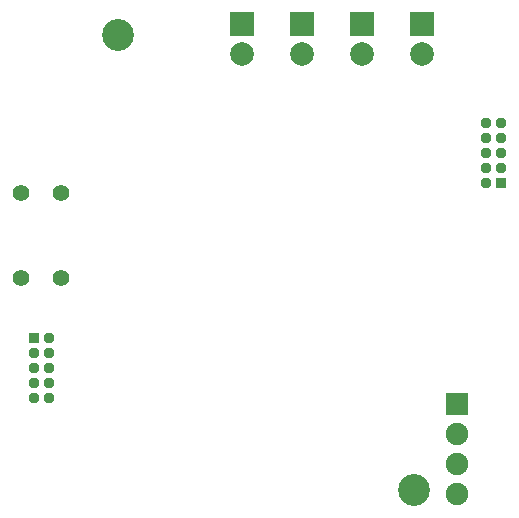
<source format=gbr>
%TF.GenerationSoftware,KiCad,Pcbnew,4.0.7-e2-6376~61~ubuntu18.04.1*%
%TF.CreationDate,2018-06-27T21:08:26+02:00*%
%TF.ProjectId,blackBoxProbe,626C61636B426F7850726F62652E6B69,rev?*%
%TF.FileFunction,Soldermask,Bot*%
%FSLAX46Y46*%
G04 Gerber Fmt 4.6, Leading zero omitted, Abs format (unit mm)*
G04 Created by KiCad (PCBNEW 4.0.7-e2-6376~61~ubuntu18.04.1) date Wed Jun 27 21:08:26 2018*
%MOMM*%
%LPD*%
G01*
G04 APERTURE LIST*
%ADD10C,0.150000*%
%ADD11C,2.700000*%
%ADD12C,1.400000*%
%ADD13R,1.900000X1.900000*%
%ADD14O,1.900000X1.900000*%
%ADD15R,2.000000X2.000000*%
%ADD16C,2.000000*%
%ADD17R,0.950000X0.950000*%
%ADD18C,0.950000*%
G04 APERTURE END LIST*
D10*
D11*
X23800000Y-154000000D03*
X48800000Y-192500000D03*
D12*
X18975000Y-167395000D03*
X18975000Y-174545000D03*
X15525000Y-167395000D03*
X15525000Y-174545000D03*
D13*
X52450000Y-185260000D03*
D14*
X52450000Y-187800000D03*
X52450000Y-190340000D03*
X52450000Y-192880000D03*
D15*
X34290000Y-153035000D03*
D16*
X34290000Y-155575000D03*
D15*
X39370000Y-153035000D03*
D16*
X39370000Y-155575000D03*
D15*
X44450000Y-153035000D03*
D16*
X44450000Y-155575000D03*
D15*
X49530000Y-153035000D03*
D16*
X49530000Y-155575000D03*
D17*
X16665000Y-179660000D03*
D18*
X17935000Y-179660000D03*
X16665000Y-180930000D03*
X17935000Y-180930000D03*
X16665000Y-182200000D03*
X17935000Y-182200000D03*
X16665000Y-183470000D03*
X17935000Y-183470000D03*
X16665000Y-184740000D03*
X17935000Y-184740000D03*
D17*
X56235000Y-166540000D03*
D18*
X54965000Y-166540000D03*
X56235000Y-165270000D03*
X54965000Y-165270000D03*
X56235000Y-164000000D03*
X54965000Y-164000000D03*
X56235000Y-162730000D03*
X54965000Y-162730000D03*
X56235000Y-161460000D03*
X54965000Y-161460000D03*
M02*

</source>
